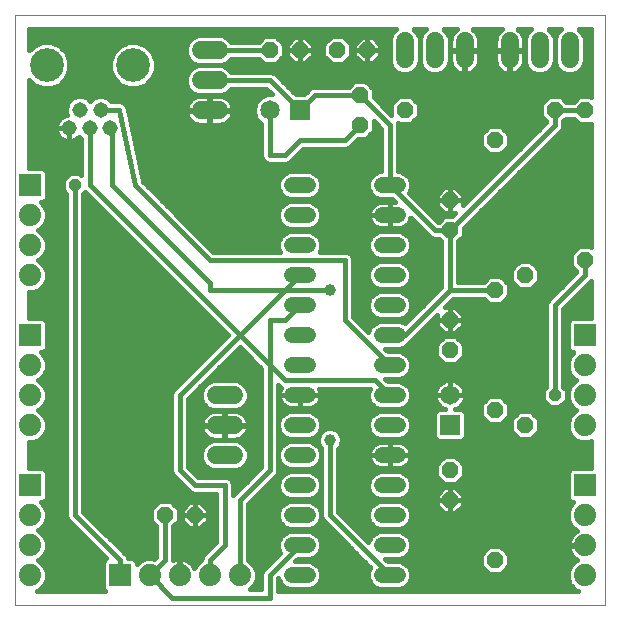
<source format=gbl>
G75*
G70*
%OFA0B0*%
%FSLAX24Y24*%
%IPPOS*%
%LPD*%
%AMOC8*
5,1,8,0,0,1.08239X$1,22.5*
%
%ADD10C,0.0000*%
%ADD11C,0.0520*%
%ADD12OC8,0.0520*%
%ADD13R,0.0650X0.0650*%
%ADD14C,0.0650*%
%ADD15C,0.0600*%
%ADD16R,0.0740X0.0740*%
%ADD17C,0.0740*%
%ADD18C,0.0515*%
%ADD19C,0.1122*%
%ADD20C,0.0160*%
%ADD21OC8,0.0396*%
%ADD22C,0.0396*%
D10*
X000816Y000312D02*
X000816Y019997D01*
X020501Y019997D01*
X020501Y000312D01*
X000816Y000312D01*
D11*
X010056Y001312D02*
X010576Y001312D01*
X010576Y002312D02*
X010056Y002312D01*
X010056Y003312D02*
X010576Y003312D01*
X010576Y004312D02*
X010056Y004312D01*
X010056Y005312D02*
X010576Y005312D01*
X010576Y006312D02*
X010056Y006312D01*
X010056Y007312D02*
X010576Y007312D01*
X010576Y008312D02*
X010056Y008312D01*
X010056Y009312D02*
X010576Y009312D01*
X010576Y010312D02*
X010056Y010312D01*
X010056Y011312D02*
X010576Y011312D01*
X010576Y012312D02*
X010056Y012312D01*
X010056Y013312D02*
X010576Y013312D01*
X010576Y014312D02*
X010056Y014312D01*
X013056Y014312D02*
X013576Y014312D01*
X013576Y013312D02*
X013056Y013312D01*
X013056Y012312D02*
X013576Y012312D01*
X013576Y011312D02*
X013056Y011312D01*
X013056Y010312D02*
X013576Y010312D01*
X013576Y009312D02*
X013056Y009312D01*
X013056Y008312D02*
X013576Y008312D01*
X013576Y007312D02*
X013056Y007312D01*
X013056Y006312D02*
X013576Y006312D01*
X013576Y005312D02*
X013056Y005312D01*
X013056Y004312D02*
X013576Y004312D01*
X013576Y003312D02*
X013056Y003312D01*
X013056Y002312D02*
X013576Y002312D01*
X013576Y001312D02*
X013056Y001312D01*
D12*
X015316Y003812D03*
X015316Y004812D03*
X016816Y006812D03*
X017816Y006312D03*
X015316Y008812D03*
X015316Y009812D03*
X016816Y010812D03*
X017816Y011312D03*
X019816Y011812D03*
X016816Y015812D03*
X018816Y016812D03*
X019816Y016812D03*
X015316Y013812D03*
X015316Y012812D03*
X012316Y016312D03*
X012316Y017312D03*
X012566Y018812D03*
X011566Y018812D03*
X010316Y018812D03*
X009316Y018812D03*
X013816Y016812D03*
X006816Y003312D03*
X005816Y003312D03*
X016816Y001812D03*
D13*
X015316Y006312D03*
X010316Y016812D03*
D14*
X009316Y016812D03*
X015316Y007312D03*
D15*
X008116Y007312D02*
X007516Y007312D01*
X007516Y006312D02*
X008116Y006312D01*
X008116Y005312D02*
X007516Y005312D01*
X007616Y016812D02*
X007016Y016812D01*
X007016Y017812D02*
X007616Y017812D01*
X007616Y018812D02*
X007016Y018812D01*
X013816Y019112D02*
X013816Y018512D01*
X014816Y018512D02*
X014816Y019112D01*
X015816Y019112D02*
X015816Y018512D01*
X017316Y018512D02*
X017316Y019112D01*
X018316Y019112D02*
X018316Y018512D01*
X019316Y018512D02*
X019316Y019112D01*
D16*
X019816Y009312D03*
X019816Y004312D03*
X004316Y001312D03*
X001316Y004312D03*
X001316Y009312D03*
X001316Y014312D03*
D17*
X001316Y013312D03*
X001316Y012312D03*
X001316Y011312D03*
X001316Y008312D03*
X001316Y007312D03*
X001316Y006312D03*
X001316Y003312D03*
X001316Y002312D03*
X001316Y001312D03*
X005316Y001312D03*
X006316Y001312D03*
X007316Y001312D03*
X008316Y001312D03*
X019816Y001312D03*
X019816Y002312D03*
X019816Y003312D03*
X019816Y006312D03*
X019816Y007312D03*
X019816Y008312D03*
D18*
X003986Y016212D03*
X003316Y016212D03*
X002616Y016212D03*
X002986Y016832D03*
X003676Y016832D03*
D19*
X004753Y018312D03*
X001879Y018312D03*
D20*
X001363Y017752D02*
X001296Y017752D01*
X001296Y017819D02*
X001448Y017667D01*
X001728Y017551D01*
X002031Y017551D01*
X002310Y017667D01*
X002524Y017881D01*
X002640Y018161D01*
X002640Y018464D01*
X002524Y018744D01*
X002310Y018958D01*
X002031Y019073D01*
X001728Y019073D01*
X001448Y018958D01*
X001296Y018806D01*
X001296Y019517D01*
X013514Y019517D01*
X013392Y019396D01*
X013316Y019212D01*
X013316Y018413D01*
X013392Y018229D01*
X013533Y018089D01*
X013717Y018012D01*
X013916Y018012D01*
X014100Y018089D01*
X014240Y018229D01*
X014316Y018413D01*
X014316Y019212D01*
X014240Y019396D01*
X014118Y019517D01*
X014514Y019517D01*
X014392Y019396D01*
X014316Y019212D01*
X014316Y018413D01*
X014392Y018229D01*
X014533Y018089D01*
X014717Y018012D01*
X014916Y018012D01*
X015100Y018089D01*
X015240Y018229D01*
X015316Y018413D01*
X015316Y019212D01*
X015240Y019396D01*
X015118Y019517D01*
X015557Y019517D01*
X015504Y019479D01*
X015450Y019425D01*
X015406Y019364D01*
X015372Y019297D01*
X015348Y019225D01*
X015336Y019150D01*
X015336Y018832D01*
X015796Y018832D01*
X015796Y018792D01*
X015836Y018792D01*
X015836Y018032D01*
X015854Y018032D01*
X015929Y018044D01*
X016001Y018068D01*
X016068Y018102D01*
X016129Y018146D01*
X016182Y018200D01*
X016227Y018261D01*
X016261Y018328D01*
X016285Y018400D01*
X016296Y018475D01*
X016296Y018792D01*
X015837Y018792D01*
X015837Y018832D01*
X016296Y018832D01*
X016296Y019150D01*
X016285Y019225D01*
X016261Y019297D01*
X016227Y019364D01*
X016182Y019425D01*
X016129Y019479D01*
X016075Y019517D01*
X017057Y019517D01*
X017004Y019479D01*
X016950Y019425D01*
X016906Y019364D01*
X016872Y019297D01*
X016848Y019225D01*
X016836Y019150D01*
X016836Y018832D01*
X017296Y018832D01*
X017296Y018792D01*
X017336Y018792D01*
X017336Y018032D01*
X017354Y018032D01*
X017429Y018044D01*
X017501Y018068D01*
X017568Y018102D01*
X017629Y018146D01*
X017682Y018200D01*
X017727Y018261D01*
X017761Y018328D01*
X017785Y018400D01*
X017796Y018475D01*
X017796Y018792D01*
X017337Y018792D01*
X017337Y018832D01*
X017796Y018832D01*
X017796Y019150D01*
X017785Y019225D01*
X017761Y019297D01*
X017727Y019364D01*
X017682Y019425D01*
X017629Y019479D01*
X017575Y019517D01*
X018014Y019517D01*
X017892Y019396D01*
X017816Y019212D01*
X017816Y018413D01*
X017892Y018229D01*
X018033Y018089D01*
X018217Y018012D01*
X018416Y018012D01*
X018600Y018089D01*
X018740Y018229D01*
X018816Y018413D01*
X018816Y019212D01*
X018740Y019396D01*
X018618Y019517D01*
X019014Y019517D01*
X018892Y019396D01*
X018816Y019212D01*
X018816Y018413D01*
X018892Y018229D01*
X019033Y018089D01*
X019217Y018012D01*
X019416Y018012D01*
X019600Y018089D01*
X019740Y018229D01*
X019816Y018413D01*
X019816Y019212D01*
X019740Y019396D01*
X019618Y019517D01*
X020021Y019517D01*
X020021Y017258D01*
X020007Y017272D01*
X019626Y017272D01*
X019446Y017092D01*
X019187Y017092D01*
X019007Y017272D01*
X018626Y017272D01*
X018356Y017003D01*
X018356Y016622D01*
X018536Y016442D01*
X018536Y016428D01*
X015756Y013648D01*
X015756Y013812D01*
X015317Y013812D01*
X015317Y013813D01*
X015756Y013813D01*
X015756Y013995D01*
X015499Y014252D01*
X015317Y014252D01*
X015317Y013813D01*
X015316Y013813D01*
X015316Y014252D01*
X015134Y014252D01*
X014876Y013995D01*
X014876Y013813D01*
X015316Y013813D01*
X015316Y013812D01*
X015317Y013812D01*
X015317Y013372D01*
X015480Y013372D01*
X015380Y013272D01*
X015126Y013272D01*
X014946Y013092D01*
X014932Y013092D01*
X013968Y014056D01*
X014036Y014221D01*
X014036Y014404D01*
X013966Y014573D01*
X013837Y014702D01*
X013668Y014772D01*
X013596Y014772D01*
X013596Y016368D01*
X013587Y016392D01*
X013626Y016352D01*
X014007Y016352D01*
X014276Y016622D01*
X014276Y017003D01*
X014007Y017272D01*
X013626Y017272D01*
X013356Y017003D01*
X013356Y016668D01*
X012776Y017248D01*
X012776Y017503D01*
X012507Y017772D01*
X012126Y017772D01*
X011946Y017592D01*
X010872Y017592D01*
X010761Y017592D01*
X010658Y017550D01*
X010445Y017337D01*
X010187Y017337D01*
X009475Y018050D01*
X009372Y018092D01*
X009261Y018092D01*
X008042Y018092D01*
X008040Y018096D01*
X007900Y018236D01*
X007716Y018312D01*
X006917Y018312D01*
X006733Y018236D01*
X006592Y018096D01*
X006516Y017912D01*
X006516Y017713D01*
X006592Y017529D01*
X006733Y017389D01*
X006917Y017312D01*
X007716Y017312D01*
X007900Y017389D01*
X008040Y017529D01*
X008042Y017532D01*
X009200Y017532D01*
X009395Y017337D01*
X009212Y017337D01*
X009019Y017257D01*
X008871Y017110D01*
X008791Y016917D01*
X008791Y016708D01*
X008871Y016515D01*
X009019Y016367D01*
X009036Y016360D01*
X009036Y015368D01*
X009036Y015257D01*
X009079Y015154D01*
X009158Y015075D01*
X009261Y015032D01*
X009761Y015032D01*
X009872Y015032D01*
X009975Y015075D01*
X010432Y015532D01*
X011761Y015532D01*
X011872Y015532D01*
X011975Y015575D01*
X012252Y015852D01*
X012507Y015852D01*
X012776Y016122D01*
X012776Y016457D01*
X013036Y016196D01*
X013036Y014772D01*
X012965Y014772D01*
X012796Y014702D01*
X012666Y014573D01*
X012596Y014404D01*
X012596Y014221D01*
X012666Y014052D01*
X012796Y013922D01*
X012965Y013852D01*
X013380Y013852D01*
X013480Y013752D01*
X013317Y013752D01*
X013317Y013313D01*
X013316Y013313D01*
X013316Y013752D01*
X013022Y013752D01*
X012953Y013742D01*
X012887Y013720D01*
X012826Y013689D01*
X012770Y013648D01*
X012721Y013599D01*
X012680Y013543D01*
X012649Y013481D01*
X012627Y013415D01*
X012616Y013347D01*
X012616Y013313D01*
X011036Y013313D01*
X011036Y013404D02*
X010966Y013573D01*
X010837Y013702D01*
X010668Y013772D01*
X009965Y013772D01*
X009796Y013702D01*
X009666Y013573D01*
X009596Y013404D01*
X009596Y013221D01*
X009666Y013052D01*
X009796Y012922D01*
X009965Y012852D01*
X010668Y012852D01*
X010837Y012922D01*
X010966Y013052D01*
X011036Y013221D01*
X011036Y013404D01*
X011008Y013472D02*
X012645Y013472D01*
X012616Y013313D02*
X013316Y013313D01*
X013317Y013313D01*
X013317Y013312D02*
X013317Y012872D01*
X013611Y012872D01*
X013679Y012883D01*
X013745Y012905D01*
X013807Y012936D01*
X013863Y012977D01*
X013912Y013026D01*
X013953Y013082D01*
X013984Y013144D01*
X014006Y013209D01*
X014008Y013225D01*
X014658Y012575D01*
X014761Y012532D01*
X014872Y012532D01*
X014946Y012532D01*
X015036Y012442D01*
X015036Y010928D01*
X013818Y009710D01*
X013668Y009772D01*
X012965Y009772D01*
X012796Y009702D01*
X012666Y009573D01*
X012604Y009421D01*
X012096Y009928D01*
X012096Y011868D01*
X012054Y011971D01*
X011975Y012050D01*
X011872Y012092D01*
X011761Y012092D01*
X010983Y012092D01*
X011036Y012221D01*
X011036Y012404D01*
X010966Y012573D01*
X010837Y012702D01*
X010668Y012772D01*
X009965Y012772D01*
X009796Y012702D01*
X009666Y012573D01*
X009596Y012404D01*
X009596Y012221D01*
X009650Y012092D01*
X007432Y012092D01*
X005074Y014451D01*
X004576Y016861D01*
X004576Y016888D01*
X004565Y016915D01*
X004559Y016944D01*
X004544Y016966D01*
X004534Y016991D01*
X004513Y017012D01*
X004497Y017036D01*
X004474Y017051D01*
X004455Y017070D01*
X004428Y017081D01*
X004404Y017097D01*
X004377Y017102D01*
X004352Y017112D01*
X004323Y017112D01*
X004294Y017118D01*
X004268Y017112D01*
X004043Y017112D01*
X003936Y017220D01*
X003767Y017290D01*
X003585Y017290D01*
X003417Y017220D01*
X003331Y017134D01*
X003246Y017220D01*
X003077Y017290D01*
X002895Y017290D01*
X002727Y017220D01*
X002599Y017092D01*
X002529Y016923D01*
X002529Y016741D01*
X002568Y016648D01*
X002514Y016639D01*
X002448Y016618D01*
X002387Y016587D01*
X002331Y016546D01*
X002283Y016497D01*
X002242Y016442D01*
X002211Y016380D01*
X002190Y016315D01*
X002179Y016247D01*
X002179Y016213D01*
X002616Y016213D01*
X002616Y016212D01*
X002617Y016212D01*
X002617Y015775D01*
X002651Y015775D01*
X002719Y015786D01*
X002784Y015807D01*
X002846Y015838D01*
X002901Y015879D01*
X002950Y015927D01*
X002952Y015930D01*
X003036Y015845D01*
X003036Y014655D01*
X002981Y014711D01*
X002651Y014711D01*
X002418Y014477D01*
X002418Y014148D01*
X002536Y014029D01*
X002536Y003257D01*
X002579Y003154D01*
X002658Y003075D01*
X003857Y001876D01*
X003746Y001765D01*
X003746Y000860D01*
X003814Y000792D01*
X001550Y000792D01*
X001639Y000829D01*
X001800Y000990D01*
X001886Y001199D01*
X001886Y001426D01*
X001800Y001635D01*
X001639Y001796D01*
X001599Y001812D01*
X001639Y001829D01*
X001800Y001990D01*
X001886Y002199D01*
X001886Y002426D01*
X001800Y002635D01*
X001639Y002796D01*
X001599Y002812D01*
X001639Y002829D01*
X001800Y002990D01*
X001886Y003199D01*
X001886Y003426D01*
X001800Y003635D01*
X001692Y003742D01*
X001769Y003742D01*
X001886Y003860D01*
X001886Y004765D01*
X001769Y004882D01*
X001296Y004882D01*
X001296Y005742D01*
X001430Y005742D01*
X001639Y005829D01*
X001800Y005990D01*
X001886Y006199D01*
X001886Y006426D01*
X001800Y006635D01*
X001639Y006796D01*
X001599Y006812D01*
X001639Y006829D01*
X001800Y006990D01*
X001886Y007199D01*
X001886Y007426D01*
X001800Y007635D01*
X001639Y007796D01*
X001599Y007812D01*
X001639Y007829D01*
X001800Y007990D01*
X001886Y008199D01*
X001886Y008426D01*
X001800Y008635D01*
X001692Y008742D01*
X001769Y008742D01*
X001886Y008860D01*
X001886Y009765D01*
X001769Y009882D01*
X001296Y009882D01*
X001296Y010742D01*
X001430Y010742D01*
X001639Y010829D01*
X001800Y010990D01*
X001886Y011199D01*
X001886Y011426D01*
X001800Y011635D01*
X001639Y011796D01*
X001599Y011812D01*
X001639Y011829D01*
X001800Y011990D01*
X001886Y012199D01*
X001886Y012426D01*
X001800Y012635D01*
X001639Y012796D01*
X001599Y012812D01*
X001639Y012829D01*
X001800Y012990D01*
X001886Y013199D01*
X001886Y013426D01*
X001800Y013635D01*
X001692Y013742D01*
X001769Y013742D01*
X001886Y013860D01*
X001886Y014765D01*
X001769Y014882D01*
X001296Y014882D01*
X001296Y017819D01*
X001296Y017594D02*
X001626Y017594D01*
X001296Y017435D02*
X006687Y017435D01*
X006566Y017594D02*
X005007Y017594D01*
X004905Y017551D02*
X005184Y017667D01*
X005399Y017881D01*
X005514Y018161D01*
X005514Y018464D01*
X005399Y018744D01*
X005184Y018958D01*
X004905Y019073D01*
X004602Y019073D01*
X004322Y018958D01*
X004108Y018744D01*
X003992Y018464D01*
X003992Y018161D01*
X004108Y017881D01*
X004322Y017667D01*
X004602Y017551D01*
X004905Y017551D01*
X004500Y017594D02*
X002133Y017594D01*
X002395Y017752D02*
X004237Y017752D01*
X004096Y017911D02*
X002537Y017911D01*
X002602Y018069D02*
X004030Y018069D01*
X003992Y018228D02*
X002640Y018228D01*
X002640Y018386D02*
X003992Y018386D01*
X004026Y018545D02*
X002607Y018545D01*
X002541Y018703D02*
X004092Y018703D01*
X004227Y018862D02*
X002406Y018862D01*
X002158Y019021D02*
X004474Y019021D01*
X005032Y019021D02*
X006561Y019021D01*
X006592Y019096D02*
X006516Y018912D01*
X006516Y018713D01*
X006592Y018529D01*
X006733Y018389D01*
X006917Y018312D01*
X007716Y018312D01*
X007900Y018389D01*
X008040Y018529D01*
X008042Y018532D01*
X008946Y018532D01*
X009126Y018352D01*
X009507Y018352D01*
X009776Y018622D01*
X009776Y019003D01*
X009507Y019272D01*
X009126Y019272D01*
X008946Y019092D01*
X008042Y019092D01*
X008040Y019096D01*
X007900Y019236D01*
X007716Y019312D01*
X006917Y019312D01*
X006733Y019236D01*
X006592Y019096D01*
X006676Y019179D02*
X001296Y019179D01*
X001296Y019021D02*
X001600Y019021D01*
X001353Y018862D02*
X001296Y018862D01*
X001296Y019338D02*
X013368Y019338D01*
X013316Y019179D02*
X012822Y019179D01*
X012749Y019252D02*
X012567Y019252D01*
X012567Y018813D01*
X013006Y018813D01*
X013006Y018995D01*
X012749Y019252D01*
X012566Y019252D02*
X012384Y019252D01*
X012126Y018995D01*
X012126Y018813D01*
X012566Y018813D01*
X012566Y019252D01*
X012566Y019179D02*
X012567Y019179D01*
X012566Y019021D02*
X012567Y019021D01*
X012566Y018862D02*
X012567Y018862D01*
X012567Y018813D02*
X012566Y018813D01*
X012566Y018812D01*
X012567Y018812D01*
X012567Y018813D01*
X012567Y018812D02*
X013006Y018812D01*
X013006Y018630D01*
X012749Y018372D01*
X012567Y018372D01*
X012567Y018812D01*
X012566Y018812D02*
X012566Y018372D01*
X012384Y018372D01*
X012126Y018630D01*
X012126Y018812D01*
X012566Y018812D01*
X012566Y018703D02*
X012567Y018703D01*
X012566Y018545D02*
X012567Y018545D01*
X012566Y018386D02*
X012567Y018386D01*
X012763Y018386D02*
X013327Y018386D01*
X013316Y018545D02*
X012921Y018545D01*
X013006Y018703D02*
X013316Y018703D01*
X013316Y018862D02*
X013006Y018862D01*
X012980Y019021D02*
X013316Y019021D01*
X013493Y019496D02*
X001296Y019496D01*
X001296Y017277D02*
X002863Y017277D01*
X003110Y017277D02*
X003553Y017277D01*
X003800Y017277D02*
X006892Y017277D01*
X006904Y017281D02*
X006832Y017257D01*
X006765Y017223D01*
X006704Y017179D01*
X006650Y017125D01*
X006606Y017064D01*
X006572Y016997D01*
X006548Y016925D01*
X006536Y016850D01*
X006536Y016832D01*
X007296Y016832D01*
X007296Y016792D01*
X007336Y016792D01*
X007336Y016332D01*
X007654Y016332D01*
X007729Y016344D01*
X007801Y016368D01*
X007868Y016402D01*
X007929Y016446D01*
X007982Y016500D01*
X008027Y016561D01*
X008061Y016628D01*
X008085Y016700D01*
X008096Y016775D01*
X008096Y016792D01*
X007337Y016792D01*
X007337Y016832D01*
X008096Y016832D01*
X008096Y016850D01*
X008085Y016925D01*
X008061Y016997D01*
X008027Y017064D01*
X007982Y017125D01*
X007929Y017179D01*
X007868Y017223D01*
X007801Y017257D01*
X007729Y017281D01*
X007654Y017292D01*
X007336Y017292D01*
X007336Y016833D01*
X007296Y016833D01*
X007296Y017292D01*
X006979Y017292D01*
X006904Y017281D01*
X006645Y017118D02*
X004038Y017118D01*
X004296Y016832D02*
X003676Y016832D01*
X004296Y016832D02*
X004816Y014312D01*
X007316Y011812D01*
X011816Y011812D01*
X011816Y009812D01*
X013316Y008312D01*
X013172Y007852D02*
X013668Y007852D01*
X013837Y007922D01*
X013966Y008052D01*
X014036Y008221D01*
X014036Y008404D01*
X013966Y008573D01*
X013837Y008702D01*
X013668Y008772D01*
X013252Y008772D01*
X013172Y008852D01*
X013668Y008852D01*
X013837Y008922D01*
X013966Y009052D01*
X013977Y009077D01*
X014876Y009977D01*
X014876Y009813D01*
X015316Y009813D01*
X015316Y010252D01*
X015152Y010252D01*
X015432Y010532D01*
X016446Y010532D01*
X016626Y010352D01*
X017007Y010352D01*
X017276Y010622D01*
X017276Y011003D01*
X017007Y011272D01*
X016626Y011272D01*
X016446Y011092D01*
X015596Y011092D01*
X015596Y012442D01*
X015776Y012622D01*
X015776Y012876D01*
X019054Y016154D01*
X019096Y016257D01*
X019096Y016368D01*
X019096Y016442D01*
X019187Y016532D01*
X019446Y016532D01*
X019626Y016352D01*
X020007Y016352D01*
X020021Y016367D01*
X020021Y012258D01*
X020007Y012272D01*
X019626Y012272D01*
X019356Y012003D01*
X019356Y011622D01*
X019536Y011442D01*
X019536Y011428D01*
X018658Y010550D01*
X018579Y010471D01*
X018536Y010368D01*
X018536Y007595D01*
X018418Y007477D01*
X018418Y007148D01*
X018651Y006914D01*
X018981Y006914D01*
X019214Y007148D01*
X019214Y007477D01*
X019096Y007595D01*
X019096Y010196D01*
X020021Y011122D01*
X020021Y009882D01*
X019364Y009882D01*
X019246Y009765D01*
X019246Y008860D01*
X019364Y008742D01*
X019440Y008742D01*
X019333Y008635D01*
X019246Y008426D01*
X019246Y008199D01*
X019333Y007990D01*
X019493Y007829D01*
X019534Y007812D01*
X019493Y007796D01*
X019333Y007635D01*
X019246Y007426D01*
X019246Y007199D01*
X019333Y006990D01*
X019493Y006829D01*
X019534Y006812D01*
X019493Y006796D01*
X019333Y006635D01*
X019246Y006426D01*
X019246Y006199D01*
X019333Y005990D01*
X019493Y005829D01*
X019703Y005742D01*
X019930Y005742D01*
X020021Y005780D01*
X020021Y004882D01*
X019364Y004882D01*
X019246Y004765D01*
X019246Y003860D01*
X019364Y003742D01*
X019440Y003742D01*
X019333Y003635D01*
X019246Y003426D01*
X019246Y003199D01*
X019333Y002990D01*
X019493Y002829D01*
X019563Y002800D01*
X019528Y002783D01*
X019458Y002732D01*
X019397Y002671D01*
X019346Y002601D01*
X019307Y002524D01*
X019280Y002441D01*
X019266Y002356D01*
X019266Y002332D01*
X019796Y002332D01*
X019796Y002292D01*
X019266Y002292D01*
X019266Y002269D01*
X019280Y002184D01*
X019307Y002101D01*
X019346Y002024D01*
X019397Y001954D01*
X019458Y001893D01*
X019528Y001842D01*
X019563Y001824D01*
X019493Y001796D01*
X019333Y001635D01*
X019246Y001426D01*
X019246Y001199D01*
X019333Y000990D01*
X019493Y000829D01*
X019582Y000792D01*
X009596Y000792D01*
X009596Y001196D01*
X009604Y001204D01*
X009666Y001052D01*
X009796Y000922D01*
X009965Y000852D01*
X010668Y000852D01*
X010837Y000922D01*
X010966Y001052D01*
X011036Y001221D01*
X011036Y001404D01*
X010966Y001573D01*
X010837Y001702D01*
X010668Y001772D01*
X010172Y001772D01*
X010252Y001852D01*
X010668Y001852D01*
X010837Y001922D01*
X010966Y002052D01*
X011036Y002221D01*
X011036Y002404D01*
X010966Y002573D01*
X010837Y002702D01*
X010668Y002772D01*
X009965Y002772D01*
X009796Y002702D01*
X009666Y002573D01*
X009596Y002404D01*
X009596Y002221D01*
X009665Y002056D01*
X009664Y002056D02*
X008596Y002056D01*
X008596Y001898D02*
X009506Y001898D01*
X009665Y002056D02*
X009158Y001550D01*
X009079Y001471D01*
X009036Y001368D01*
X009036Y000842D01*
X008652Y000842D01*
X008800Y000990D01*
X008886Y001199D01*
X008886Y001426D01*
X008800Y001635D01*
X008639Y001796D01*
X008596Y001813D01*
X008596Y003696D01*
X009475Y004575D01*
X009554Y004654D01*
X009596Y004757D01*
X009596Y007637D01*
X009658Y007575D01*
X009693Y007561D01*
X009680Y007543D01*
X009649Y007481D01*
X009627Y007415D01*
X009616Y007347D01*
X009616Y007313D01*
X010316Y007313D01*
X010316Y007312D01*
X010317Y007312D01*
X010317Y007313D01*
X011016Y007313D01*
X011016Y007347D01*
X011006Y007415D01*
X010984Y007481D01*
X010958Y007532D01*
X012650Y007532D01*
X012596Y007404D01*
X012596Y007221D01*
X012666Y007052D01*
X012796Y006922D01*
X012965Y006852D01*
X013668Y006852D01*
X013837Y006922D01*
X013966Y007052D01*
X014036Y007221D01*
X014036Y007404D01*
X013966Y007573D01*
X013837Y007702D01*
X013668Y007772D01*
X013252Y007772D01*
X013172Y007852D01*
X012816Y007812D02*
X013316Y007312D01*
X012965Y006772D02*
X012796Y006702D01*
X012666Y006573D01*
X012596Y006404D01*
X012596Y006221D01*
X012666Y006052D01*
X012796Y005922D01*
X012965Y005852D01*
X013668Y005852D01*
X013837Y005922D01*
X013966Y006052D01*
X014036Y006221D01*
X014036Y006404D01*
X013966Y006573D01*
X013837Y006702D01*
X013668Y006772D01*
X012965Y006772D01*
X012748Y006654D02*
X010885Y006654D01*
X010837Y006702D02*
X010668Y006772D01*
X009965Y006772D01*
X009796Y006702D01*
X009666Y006573D01*
X009596Y006404D01*
X009596Y006221D01*
X009666Y006052D01*
X009796Y005922D01*
X009965Y005852D01*
X010668Y005852D01*
X010837Y005922D01*
X010966Y006052D01*
X011036Y006221D01*
X011036Y006404D01*
X010966Y006573D01*
X010837Y006702D01*
X010745Y006905D02*
X010807Y006936D01*
X010863Y006977D01*
X010912Y007026D01*
X010953Y007082D01*
X010984Y007144D01*
X011006Y007209D01*
X011016Y007278D01*
X011016Y007312D01*
X010317Y007312D01*
X010317Y006872D01*
X010611Y006872D01*
X010679Y006883D01*
X010745Y006905D01*
X010855Y006971D02*
X012747Y006971D01*
X012634Y007130D02*
X010977Y007130D01*
X011016Y007288D02*
X012596Y007288D01*
X012614Y007447D02*
X010995Y007447D01*
X010316Y007312D02*
X010316Y006872D01*
X010022Y006872D01*
X009953Y006883D01*
X009887Y006905D01*
X009826Y006936D01*
X009770Y006977D01*
X009721Y007026D01*
X009680Y007082D01*
X009649Y007144D01*
X009627Y007209D01*
X009616Y007278D01*
X009616Y007312D01*
X010316Y007312D01*
X010316Y007288D02*
X010317Y007288D01*
X010316Y007130D02*
X010317Y007130D01*
X010316Y006971D02*
X010317Y006971D01*
X009777Y006971D02*
X009596Y006971D01*
X009596Y006813D02*
X014884Y006813D01*
X014909Y006837D02*
X014791Y006720D01*
X014791Y005905D01*
X014909Y005787D01*
X015724Y005787D01*
X015841Y005905D01*
X015841Y006720D01*
X015724Y006837D01*
X015488Y006837D01*
X015510Y006844D01*
X015581Y006881D01*
X015645Y006927D01*
X015702Y006983D01*
X015748Y007048D01*
X015784Y007119D01*
X015809Y007194D01*
X015821Y007273D01*
X015821Y007312D01*
X015317Y007312D01*
X015317Y007313D01*
X015821Y007313D01*
X015821Y007352D01*
X015809Y007431D01*
X015784Y007506D01*
X015748Y007577D01*
X015702Y007641D01*
X015645Y007698D01*
X015581Y007744D01*
X015510Y007780D01*
X015435Y007805D01*
X015356Y007817D01*
X015317Y007817D01*
X015317Y007313D01*
X015316Y007313D01*
X015316Y007817D01*
X015277Y007817D01*
X015198Y007805D01*
X015123Y007780D01*
X015052Y007744D01*
X014987Y007698D01*
X014931Y007641D01*
X014884Y007577D01*
X014848Y007506D01*
X014824Y007431D01*
X014811Y007352D01*
X014811Y007313D01*
X015316Y007313D01*
X015316Y007312D01*
X014811Y007312D01*
X014811Y007273D01*
X014824Y007194D01*
X014848Y007119D01*
X014884Y007048D01*
X014931Y006983D01*
X014987Y006927D01*
X015052Y006881D01*
X015123Y006844D01*
X015144Y006837D01*
X014909Y006837D01*
X014943Y006971D02*
X013886Y006971D01*
X013999Y007130D02*
X014845Y007130D01*
X014811Y007288D02*
X014036Y007288D01*
X014019Y007447D02*
X014829Y007447D01*
X014905Y007605D02*
X013934Y007605D01*
X013837Y007923D02*
X018536Y007923D01*
X018536Y008081D02*
X013978Y008081D01*
X014036Y008240D02*
X018536Y008240D01*
X018536Y008398D02*
X015553Y008398D01*
X015507Y008352D02*
X015776Y008622D01*
X015776Y009003D01*
X015507Y009272D01*
X015126Y009272D01*
X014856Y009003D01*
X014856Y008622D01*
X015126Y008352D01*
X015507Y008352D01*
X015711Y008557D02*
X018536Y008557D01*
X018536Y008715D02*
X015776Y008715D01*
X015776Y008874D02*
X018536Y008874D01*
X018536Y009032D02*
X015747Y009032D01*
X015588Y009191D02*
X018536Y009191D01*
X018536Y009349D02*
X014249Y009349D01*
X014091Y009191D02*
X015044Y009191D01*
X015134Y009372D02*
X015316Y009372D01*
X015316Y009812D01*
X015317Y009812D01*
X015317Y009813D01*
X015756Y009813D01*
X015756Y009995D01*
X015499Y010252D01*
X015317Y010252D01*
X015317Y009813D01*
X015316Y009813D01*
X015316Y009812D01*
X014876Y009812D01*
X014876Y009630D01*
X015134Y009372D01*
X015317Y009372D02*
X015499Y009372D01*
X015756Y009630D01*
X015756Y009812D01*
X015317Y009812D01*
X015317Y009372D01*
X015316Y009508D02*
X015317Y009508D01*
X015316Y009666D02*
X015317Y009666D01*
X015316Y009825D02*
X015317Y009825D01*
X015316Y009984D02*
X015317Y009984D01*
X015316Y010142D02*
X015317Y010142D01*
X015201Y010301D02*
X018536Y010301D01*
X018536Y010142D02*
X015609Y010142D01*
X015756Y009984D02*
X018536Y009984D01*
X018536Y009825D02*
X015756Y009825D01*
X015756Y009666D02*
X018536Y009666D01*
X018536Y009508D02*
X015634Y009508D01*
X014999Y009508D02*
X014408Y009508D01*
X014566Y009666D02*
X014876Y009666D01*
X014876Y009825D02*
X014725Y009825D01*
X014250Y010142D02*
X014004Y010142D01*
X014036Y010221D02*
X013966Y010052D01*
X013837Y009922D01*
X013668Y009852D01*
X012965Y009852D01*
X012796Y009922D01*
X012666Y010052D01*
X012596Y010221D01*
X012596Y010404D01*
X012666Y010573D01*
X012796Y010702D01*
X012965Y010772D01*
X013668Y010772D01*
X013837Y010702D01*
X013966Y010573D01*
X014036Y010404D01*
X014036Y010221D01*
X014036Y010301D02*
X014409Y010301D01*
X014567Y010459D02*
X014013Y010459D01*
X013922Y010618D02*
X014726Y010618D01*
X014884Y010776D02*
X012096Y010776D01*
X012096Y010618D02*
X012711Y010618D01*
X012619Y010459D02*
X012096Y010459D01*
X012096Y010301D02*
X012596Y010301D01*
X012629Y010142D02*
X012096Y010142D01*
X012096Y009984D02*
X012735Y009984D01*
X012760Y009666D02*
X012358Y009666D01*
X012517Y009508D02*
X012639Y009508D01*
X012200Y009825D02*
X013933Y009825D01*
X013898Y009984D02*
X014092Y009984D01*
X013816Y009312D02*
X013316Y009312D01*
X013816Y009312D02*
X015316Y010812D01*
X015316Y012812D01*
X018816Y016312D01*
X018816Y016812D01*
X019816Y016812D01*
X019494Y016484D02*
X019138Y016484D01*
X019096Y016325D02*
X020021Y016325D01*
X020021Y016167D02*
X019059Y016167D01*
X018908Y016008D02*
X020021Y016008D01*
X020021Y015850D02*
X018750Y015850D01*
X018591Y015691D02*
X020021Y015691D01*
X020021Y015533D02*
X018432Y015533D01*
X018274Y015374D02*
X020021Y015374D01*
X020021Y015216D02*
X018115Y015216D01*
X017957Y015057D02*
X020021Y015057D01*
X020021Y014898D02*
X017798Y014898D01*
X017640Y014740D02*
X020021Y014740D01*
X020021Y014581D02*
X017481Y014581D01*
X017323Y014423D02*
X020021Y014423D01*
X020021Y014264D02*
X017164Y014264D01*
X017006Y014106D02*
X020021Y014106D01*
X020021Y013947D02*
X016847Y013947D01*
X016688Y013789D02*
X020021Y013789D01*
X020021Y013630D02*
X016530Y013630D01*
X016371Y013472D02*
X020021Y013472D01*
X020021Y013313D02*
X016213Y013313D01*
X016054Y013154D02*
X020021Y013154D01*
X020021Y012996D02*
X015896Y012996D01*
X015776Y012837D02*
X020021Y012837D01*
X020021Y012679D02*
X015776Y012679D01*
X015675Y012520D02*
X020021Y012520D01*
X020021Y012362D02*
X015596Y012362D01*
X015596Y012203D02*
X019557Y012203D01*
X019398Y012045D02*
X015596Y012045D01*
X015596Y011886D02*
X019356Y011886D01*
X019356Y011728D02*
X018052Y011728D01*
X018007Y011772D02*
X017626Y011772D01*
X017356Y011503D01*
X017356Y011122D01*
X017626Y010852D01*
X018007Y010852D01*
X018276Y011122D01*
X018276Y011503D01*
X018007Y011772D01*
X018210Y011569D02*
X019409Y011569D01*
X019518Y011410D02*
X018276Y011410D01*
X018276Y011252D02*
X019360Y011252D01*
X019201Y011093D02*
X018248Y011093D01*
X018089Y010935D02*
X019043Y010935D01*
X018884Y010776D02*
X017276Y010776D01*
X017272Y010618D02*
X018726Y010618D01*
X018574Y010459D02*
X017114Y010459D01*
X016816Y010812D02*
X015316Y010812D01*
X015036Y010935D02*
X013849Y010935D01*
X013837Y010922D02*
X013966Y011052D01*
X014036Y011221D01*
X014036Y011404D01*
X013966Y011573D01*
X013837Y011702D01*
X013668Y011772D01*
X012965Y011772D01*
X012796Y011702D01*
X012666Y011573D01*
X012596Y011404D01*
X012596Y011221D01*
X012666Y011052D01*
X012796Y010922D01*
X012965Y010852D01*
X013668Y010852D01*
X013837Y010922D01*
X013984Y011093D02*
X015036Y011093D01*
X015036Y011252D02*
X014036Y011252D01*
X014034Y011410D02*
X015036Y011410D01*
X015036Y011569D02*
X013968Y011569D01*
X013776Y011728D02*
X015036Y011728D01*
X015036Y011886D02*
X013749Y011886D01*
X013668Y011852D02*
X013837Y011922D01*
X013966Y012052D01*
X014036Y012221D01*
X014036Y012404D01*
X013966Y012573D01*
X013837Y012702D01*
X013668Y012772D01*
X012965Y012772D01*
X012796Y012702D01*
X012666Y012573D01*
X012596Y012404D01*
X012596Y012221D01*
X012666Y012052D01*
X012796Y011922D01*
X012965Y011852D01*
X013668Y011852D01*
X013959Y012045D02*
X015036Y012045D01*
X015036Y012203D02*
X014029Y012203D01*
X014036Y012362D02*
X015036Y012362D01*
X014958Y012520D02*
X013988Y012520D01*
X013860Y012679D02*
X014554Y012679D01*
X014395Y012837D02*
X006687Y012837D01*
X006846Y012679D02*
X009772Y012679D01*
X009645Y012520D02*
X007004Y012520D01*
X007163Y012362D02*
X009596Y012362D01*
X009604Y012203D02*
X007322Y012203D01*
X006529Y012996D02*
X009722Y012996D01*
X009624Y013154D02*
X006370Y013154D01*
X006212Y013313D02*
X009596Y013313D01*
X009624Y013472D02*
X006053Y013472D01*
X005895Y013630D02*
X009724Y013630D01*
X009796Y013922D02*
X009666Y014052D01*
X009596Y014221D01*
X009596Y014404D01*
X009666Y014573D01*
X009796Y014702D01*
X009965Y014772D01*
X010668Y014772D01*
X010837Y014702D01*
X010966Y014573D01*
X011036Y014404D01*
X011036Y014221D01*
X010966Y014052D01*
X010837Y013922D01*
X010668Y013852D01*
X009965Y013852D01*
X009796Y013922D01*
X009771Y013947D02*
X005578Y013947D01*
X005736Y013789D02*
X013444Y013789D01*
X013317Y013630D02*
X013316Y013630D01*
X013316Y013472D02*
X013317Y013472D01*
X013316Y013313D02*
X013316Y013312D01*
X013317Y013312D01*
X013316Y013312D02*
X013316Y012872D01*
X013022Y012872D01*
X012953Y012883D01*
X012887Y012905D01*
X012826Y012936D01*
X012770Y012977D01*
X012721Y013026D01*
X012680Y013082D01*
X012649Y013144D01*
X012627Y013209D01*
X012616Y013278D01*
X012616Y013312D01*
X013316Y013312D01*
X013316Y013154D02*
X013317Y013154D01*
X013316Y012996D02*
X013317Y012996D01*
X013882Y012996D02*
X014237Y012996D01*
X014078Y013154D02*
X013988Y013154D01*
X014395Y013630D02*
X014876Y013630D01*
X015134Y013372D01*
X015316Y013372D01*
X015316Y013812D01*
X014876Y013812D01*
X014876Y013630D01*
X014876Y013789D02*
X014236Y013789D01*
X014078Y013947D02*
X014876Y013947D01*
X014987Y014106D02*
X013989Y014106D01*
X014036Y014264D02*
X016372Y014264D01*
X016214Y014106D02*
X015645Y014106D01*
X015756Y013947D02*
X016055Y013947D01*
X015897Y013789D02*
X015756Y013789D01*
X015317Y013789D02*
X015316Y013789D01*
X015316Y013947D02*
X015317Y013947D01*
X015316Y014106D02*
X015317Y014106D01*
X015316Y013630D02*
X015317Y013630D01*
X015316Y013472D02*
X015317Y013472D01*
X015421Y013313D02*
X014712Y013313D01*
X014870Y013154D02*
X015008Y013154D01*
X015035Y013472D02*
X014553Y013472D01*
X014816Y012812D02*
X013316Y014312D01*
X013316Y016312D01*
X012316Y017312D01*
X010816Y017312D01*
X010316Y016812D01*
X009316Y017812D01*
X007316Y017812D01*
X007296Y017277D02*
X007336Y017277D01*
X007336Y017118D02*
X007296Y017118D01*
X007296Y016959D02*
X007336Y016959D01*
X007337Y016801D02*
X008791Y016801D01*
X008809Y016959D02*
X008073Y016959D01*
X007988Y017118D02*
X008880Y017118D01*
X009065Y017277D02*
X007741Y017277D01*
X007946Y017435D02*
X009298Y017435D01*
X009773Y017752D02*
X012106Y017752D01*
X011947Y017594D02*
X009931Y017594D01*
X010090Y017435D02*
X010543Y017435D01*
X010499Y018372D02*
X010317Y018372D01*
X010317Y018812D01*
X010317Y018813D01*
X010756Y018813D01*
X010756Y018995D01*
X010499Y019252D01*
X010317Y019252D01*
X010317Y018813D01*
X010316Y018813D01*
X010316Y019252D01*
X010134Y019252D01*
X009876Y018995D01*
X009876Y018813D01*
X010316Y018813D01*
X010316Y018812D01*
X010317Y018812D01*
X010756Y018812D01*
X010756Y018630D01*
X010499Y018372D01*
X010513Y018386D02*
X011342Y018386D01*
X011376Y018352D02*
X011757Y018352D01*
X012026Y018622D01*
X012026Y019003D01*
X011757Y019272D01*
X011376Y019272D01*
X011106Y019003D01*
X011106Y018622D01*
X011376Y018352D01*
X011183Y018545D02*
X010671Y018545D01*
X010756Y018703D02*
X011106Y018703D01*
X011106Y018862D02*
X010756Y018862D01*
X010730Y019021D02*
X011124Y019021D01*
X011283Y019179D02*
X010572Y019179D01*
X010317Y019179D02*
X010316Y019179D01*
X010316Y019021D02*
X010317Y019021D01*
X010316Y018862D02*
X010317Y018862D01*
X010316Y018812D02*
X009876Y018812D01*
X009876Y018630D01*
X010134Y018372D01*
X010316Y018372D01*
X010316Y018812D01*
X010316Y018703D02*
X010317Y018703D01*
X010316Y018545D02*
X010317Y018545D01*
X010316Y018386D02*
X010317Y018386D01*
X010120Y018386D02*
X009541Y018386D01*
X009699Y018545D02*
X009962Y018545D01*
X009876Y018703D02*
X009776Y018703D01*
X009776Y018862D02*
X009876Y018862D01*
X009902Y019021D02*
X009759Y019021D01*
X009600Y019179D02*
X010061Y019179D01*
X009316Y018812D02*
X007316Y018812D01*
X006738Y018386D02*
X005514Y018386D01*
X005514Y018228D02*
X006725Y018228D01*
X006582Y018069D02*
X005476Y018069D01*
X005411Y017911D02*
X006516Y017911D01*
X006516Y017752D02*
X005269Y017752D01*
X005481Y018545D02*
X006586Y018545D01*
X006520Y018703D02*
X005415Y018703D01*
X005280Y018862D02*
X006516Y018862D01*
X007894Y018386D02*
X009092Y018386D01*
X009428Y018069D02*
X013580Y018069D01*
X013394Y018228D02*
X007908Y018228D01*
X007957Y019179D02*
X009033Y019179D01*
X009614Y017911D02*
X020021Y017911D01*
X020021Y018069D02*
X019553Y018069D01*
X019739Y018228D02*
X020021Y018228D01*
X020021Y018386D02*
X019805Y018386D01*
X019816Y018545D02*
X020021Y018545D01*
X020021Y018703D02*
X019816Y018703D01*
X019816Y018862D02*
X020021Y018862D01*
X020021Y019021D02*
X019816Y019021D01*
X019816Y019179D02*
X020021Y019179D01*
X020021Y019338D02*
X019764Y019338D01*
X019640Y019496D02*
X020021Y019496D01*
X018993Y019496D02*
X018640Y019496D01*
X018764Y019338D02*
X018868Y019338D01*
X018816Y019179D02*
X018816Y019179D01*
X018816Y019021D02*
X018816Y019021D01*
X018816Y018862D02*
X018816Y018862D01*
X018816Y018703D02*
X018816Y018703D01*
X018816Y018545D02*
X018816Y018545D01*
X018805Y018386D02*
X018827Y018386D01*
X018894Y018228D02*
X018739Y018228D01*
X018553Y018069D02*
X019080Y018069D01*
X019161Y017118D02*
X019471Y017118D01*
X020021Y017277D02*
X012776Y017277D01*
X012776Y017435D02*
X020021Y017435D01*
X020021Y017594D02*
X012686Y017594D01*
X012527Y017752D02*
X020021Y017752D01*
X018471Y017118D02*
X014161Y017118D01*
X014276Y016959D02*
X018356Y016959D01*
X018356Y016801D02*
X014276Y016801D01*
X014276Y016642D02*
X018356Y016642D01*
X018494Y016484D02*
X014138Y016484D01*
X013596Y016325D02*
X018433Y016325D01*
X018275Y016167D02*
X017113Y016167D01*
X017007Y016272D02*
X017276Y016003D01*
X017276Y015622D01*
X017007Y015352D01*
X016626Y015352D01*
X016356Y015622D01*
X016356Y016003D01*
X016626Y016272D01*
X017007Y016272D01*
X017271Y016008D02*
X018116Y016008D01*
X017958Y015850D02*
X017276Y015850D01*
X017276Y015691D02*
X017799Y015691D01*
X017641Y015533D02*
X017187Y015533D01*
X017029Y015374D02*
X017482Y015374D01*
X017324Y015216D02*
X013596Y015216D01*
X013596Y015374D02*
X016604Y015374D01*
X016446Y015533D02*
X013596Y015533D01*
X013596Y015691D02*
X016356Y015691D01*
X016356Y015850D02*
X013596Y015850D01*
X013596Y016008D02*
X016362Y016008D01*
X016520Y016167D02*
X013596Y016167D01*
X013036Y016167D02*
X012776Y016167D01*
X012776Y016325D02*
X012908Y016325D01*
X013036Y016008D02*
X012663Y016008D01*
X013036Y015850D02*
X012250Y015850D01*
X012091Y015691D02*
X013036Y015691D01*
X013036Y015533D02*
X011872Y015533D01*
X011816Y015812D02*
X012316Y016312D01*
X011816Y015812D02*
X010316Y015812D01*
X009816Y015312D01*
X009316Y015312D01*
X009316Y016812D01*
X008902Y016484D02*
X007967Y016484D01*
X008066Y016642D02*
X008819Y016642D01*
X009036Y016325D02*
X004687Y016325D01*
X004720Y016167D02*
X009036Y016167D01*
X009036Y016008D02*
X004752Y016008D01*
X004785Y015850D02*
X009036Y015850D01*
X009036Y015691D02*
X004818Y015691D01*
X004850Y015533D02*
X009036Y015533D01*
X009036Y015374D02*
X004883Y015374D01*
X004916Y015216D02*
X009053Y015216D01*
X009201Y015057D02*
X004949Y015057D01*
X004981Y014898D02*
X013036Y014898D01*
X013036Y015057D02*
X009931Y015057D01*
X010115Y015216D02*
X013036Y015216D01*
X013036Y015374D02*
X010274Y015374D01*
X009886Y014740D02*
X005014Y014740D01*
X005047Y014581D02*
X009675Y014581D01*
X009604Y014423D02*
X005102Y014423D01*
X005260Y014264D02*
X009596Y014264D01*
X009644Y014106D02*
X005419Y014106D01*
X004066Y014312D02*
X004066Y016132D01*
X003986Y016212D01*
X003316Y016212D02*
X003316Y014312D01*
X009816Y007812D01*
X012816Y007812D01*
X013688Y007764D02*
X015090Y007764D01*
X015316Y007764D02*
X015317Y007764D01*
X015316Y007605D02*
X015317Y007605D01*
X015316Y007447D02*
X015317Y007447D01*
X015542Y007764D02*
X018536Y007764D01*
X018536Y007605D02*
X015728Y007605D01*
X015804Y007447D02*
X018418Y007447D01*
X018418Y007288D02*
X015821Y007288D01*
X015788Y007130D02*
X016483Y007130D01*
X016356Y007003D02*
X016626Y007272D01*
X017007Y007272D01*
X017276Y007003D01*
X017276Y006622D01*
X017007Y006352D01*
X016626Y006352D01*
X016356Y006622D01*
X016356Y007003D01*
X016356Y006971D02*
X015689Y006971D01*
X015749Y006813D02*
X016356Y006813D01*
X016356Y006654D02*
X015841Y006654D01*
X015841Y006496D02*
X016483Y006496D01*
X015841Y006337D02*
X017356Y006337D01*
X017356Y006179D02*
X015841Y006179D01*
X015841Y006020D02*
X017458Y006020D01*
X017356Y006122D02*
X017626Y005852D01*
X018007Y005852D01*
X018276Y006122D01*
X018276Y006503D01*
X018007Y006772D01*
X017626Y006772D01*
X017356Y006503D01*
X017356Y006122D01*
X017356Y006496D02*
X017150Y006496D01*
X017276Y006654D02*
X017508Y006654D01*
X017276Y006813D02*
X019533Y006813D01*
X019352Y006654D02*
X018125Y006654D01*
X018276Y006496D02*
X019275Y006496D01*
X019246Y006337D02*
X018276Y006337D01*
X018276Y006179D02*
X019255Y006179D01*
X019321Y006020D02*
X018174Y006020D01*
X018016Y005861D02*
X019461Y005861D01*
X020021Y005703D02*
X013779Y005703D01*
X013807Y005689D02*
X013745Y005720D01*
X013679Y005742D01*
X013611Y005752D01*
X013317Y005752D01*
X013317Y005313D01*
X014016Y005313D01*
X014016Y005347D01*
X014006Y005415D01*
X013984Y005481D01*
X013953Y005543D01*
X013912Y005599D01*
X013863Y005648D01*
X013807Y005689D01*
X013952Y005544D02*
X020021Y005544D01*
X020021Y005386D02*
X014010Y005386D01*
X014016Y005312D02*
X013317Y005312D01*
X013317Y005313D01*
X013316Y005313D01*
X013316Y005752D01*
X013022Y005752D01*
X012953Y005742D01*
X012887Y005720D01*
X012826Y005689D01*
X012770Y005648D01*
X012721Y005599D01*
X012680Y005543D01*
X012649Y005481D01*
X012627Y005415D01*
X012616Y005347D01*
X012616Y005313D01*
X013316Y005313D01*
X013316Y005312D01*
X013317Y005312D01*
X013317Y004872D01*
X013611Y004872D01*
X013679Y004883D01*
X013745Y004905D01*
X013807Y004936D01*
X013863Y004977D01*
X013912Y005026D01*
X013953Y005082D01*
X013984Y005144D01*
X014006Y005209D01*
X014016Y005278D01*
X014016Y005312D01*
X014008Y005227D02*
X015081Y005227D01*
X015126Y005272D02*
X014856Y005003D01*
X014856Y004622D01*
X015126Y004352D01*
X015507Y004352D01*
X015776Y004622D01*
X015776Y005003D01*
X015507Y005272D01*
X015126Y005272D01*
X014922Y005069D02*
X013943Y005069D01*
X013756Y004910D02*
X014856Y004910D01*
X014856Y004752D02*
X013718Y004752D01*
X013668Y004772D02*
X013837Y004702D01*
X013966Y004573D01*
X014036Y004404D01*
X014036Y004221D01*
X013966Y004052D01*
X013837Y003922D01*
X013668Y003852D01*
X012965Y003852D01*
X012796Y003922D01*
X012666Y004052D01*
X012596Y004221D01*
X012596Y004404D01*
X012666Y004573D01*
X012796Y004702D01*
X012965Y004772D01*
X013668Y004772D01*
X013316Y004872D02*
X013316Y005312D01*
X012616Y005312D01*
X012616Y005278D01*
X012627Y005209D01*
X012649Y005144D01*
X012680Y005082D01*
X012721Y005026D01*
X012770Y004977D01*
X012826Y004936D01*
X012887Y004905D01*
X012953Y004883D01*
X013022Y004872D01*
X013316Y004872D01*
X013316Y004910D02*
X013317Y004910D01*
X013316Y005069D02*
X013317Y005069D01*
X013316Y005227D02*
X013317Y005227D01*
X013316Y005386D02*
X013317Y005386D01*
X013316Y005544D02*
X013317Y005544D01*
X013316Y005703D02*
X013317Y005703D01*
X013690Y005861D02*
X014834Y005861D01*
X014791Y006020D02*
X013934Y006020D01*
X014019Y006179D02*
X014791Y006179D01*
X014791Y006337D02*
X014036Y006337D01*
X013998Y006496D02*
X014791Y006496D01*
X014791Y006654D02*
X013885Y006654D01*
X012943Y005861D02*
X011714Y005861D01*
X011714Y005892D02*
X011654Y006038D01*
X011542Y006150D01*
X011396Y006211D01*
X011237Y006211D01*
X011091Y006150D01*
X010979Y006038D01*
X010918Y005892D01*
X010918Y005733D01*
X010979Y005587D01*
X011036Y005529D01*
X011036Y003257D01*
X011079Y003154D01*
X011158Y003075D01*
X012665Y001568D01*
X012596Y001404D01*
X012596Y001221D01*
X012666Y001052D01*
X012796Y000922D01*
X012965Y000852D01*
X013668Y000852D01*
X013837Y000922D01*
X013966Y001052D01*
X014036Y001221D01*
X014036Y001404D01*
X013966Y001573D01*
X013837Y001702D01*
X013668Y001772D01*
X013252Y001772D01*
X013172Y001852D01*
X013668Y001852D01*
X013837Y001922D01*
X013966Y002052D01*
X014036Y002221D01*
X014036Y002404D01*
X013966Y002573D01*
X013837Y002702D01*
X013668Y002772D01*
X012965Y002772D01*
X012796Y002702D01*
X012666Y002573D01*
X012604Y002421D01*
X011596Y003428D01*
X011596Y005529D01*
X011654Y005587D01*
X011714Y005733D01*
X011714Y005892D01*
X011661Y006020D02*
X012698Y006020D01*
X012614Y006179D02*
X011473Y006179D01*
X011160Y006179D02*
X011019Y006179D01*
X011036Y006337D02*
X012596Y006337D01*
X012634Y006496D02*
X010998Y006496D01*
X010971Y006020D02*
X010934Y006020D01*
X010918Y005861D02*
X010690Y005861D01*
X010668Y005772D02*
X010837Y005702D01*
X010966Y005573D01*
X011036Y005404D01*
X011036Y005221D01*
X010966Y005052D01*
X010837Y004922D01*
X010668Y004852D01*
X009965Y004852D01*
X009796Y004922D01*
X009666Y005052D01*
X009596Y005221D01*
X009596Y005404D01*
X009666Y005573D01*
X009796Y005702D01*
X009965Y005772D01*
X010668Y005772D01*
X010836Y005703D02*
X010931Y005703D01*
X010978Y005544D02*
X011021Y005544D01*
X011036Y005386D02*
X011036Y005386D01*
X011036Y005227D02*
X011036Y005227D01*
X011036Y005069D02*
X010973Y005069D01*
X011036Y004910D02*
X010807Y004910D01*
X010718Y004752D02*
X011036Y004752D01*
X011036Y004593D02*
X010946Y004593D01*
X010966Y004573D02*
X010837Y004702D01*
X010668Y004772D01*
X009965Y004772D01*
X009796Y004702D01*
X009666Y004573D01*
X009596Y004404D01*
X009596Y004221D01*
X009666Y004052D01*
X009796Y003922D01*
X009965Y003852D01*
X010668Y003852D01*
X010837Y003922D01*
X010966Y004052D01*
X011036Y004221D01*
X011036Y004404D01*
X010966Y004573D01*
X011024Y004435D02*
X011036Y004435D01*
X011036Y004276D02*
X011036Y004276D01*
X011036Y004117D02*
X010993Y004117D01*
X011036Y003959D02*
X010873Y003959D01*
X011036Y003800D02*
X008700Y003800D01*
X008596Y003642D02*
X009735Y003642D01*
X009796Y003702D02*
X009666Y003573D01*
X009596Y003404D01*
X009596Y003221D01*
X009666Y003052D01*
X009796Y002922D01*
X009965Y002852D01*
X010668Y002852D01*
X010837Y002922D01*
X010966Y003052D01*
X011036Y003221D01*
X011036Y003404D01*
X010966Y003573D01*
X010837Y003702D01*
X010668Y003772D01*
X009965Y003772D01*
X009796Y003702D01*
X009759Y003959D02*
X008859Y003959D01*
X009017Y004117D02*
X009639Y004117D01*
X009596Y004276D02*
X009176Y004276D01*
X009334Y004435D02*
X009609Y004435D01*
X009687Y004593D02*
X009493Y004593D01*
X009475Y004575D02*
X009475Y004575D01*
X009594Y004752D02*
X009915Y004752D01*
X009825Y004910D02*
X009596Y004910D01*
X009596Y005069D02*
X009659Y005069D01*
X009596Y005227D02*
X009596Y005227D01*
X009596Y005386D02*
X009596Y005386D01*
X009596Y005544D02*
X009655Y005544D01*
X009596Y005703D02*
X009797Y005703D01*
X009943Y005861D02*
X009596Y005861D01*
X009596Y006020D02*
X009698Y006020D01*
X009614Y006179D02*
X009596Y006179D01*
X009596Y006337D02*
X009596Y006337D01*
X009596Y006496D02*
X009634Y006496D01*
X009596Y006654D02*
X009748Y006654D01*
X009656Y007130D02*
X009596Y007130D01*
X009596Y007288D02*
X009616Y007288D01*
X009596Y007447D02*
X009637Y007447D01*
X009627Y007605D02*
X009596Y007605D01*
X009036Y007605D02*
X008530Y007605D01*
X008540Y007596D02*
X008400Y007736D01*
X008216Y007812D01*
X007417Y007812D01*
X007233Y007736D01*
X007092Y007596D01*
X007016Y007412D01*
X007016Y007213D01*
X007092Y007029D01*
X007233Y006889D01*
X007417Y006812D01*
X008216Y006812D01*
X008400Y006889D01*
X008540Y007029D01*
X008616Y007213D01*
X008616Y007412D01*
X008540Y007596D01*
X008602Y007447D02*
X009036Y007447D01*
X009036Y007288D02*
X008616Y007288D01*
X008582Y007130D02*
X009036Y007130D01*
X009036Y006971D02*
X008482Y006971D01*
X008368Y006723D02*
X008301Y006757D01*
X008229Y006781D01*
X008154Y006792D01*
X007836Y006792D01*
X007836Y006333D01*
X007796Y006333D01*
X007796Y006792D01*
X007479Y006792D01*
X007404Y006781D01*
X007332Y006757D01*
X007265Y006723D01*
X007204Y006679D01*
X007150Y006625D01*
X007106Y006564D01*
X007072Y006497D01*
X007048Y006425D01*
X007036Y006350D01*
X007036Y006332D01*
X007796Y006332D01*
X007796Y006292D01*
X007836Y006292D01*
X007836Y005832D01*
X008154Y005832D01*
X008229Y005844D01*
X008301Y005868D01*
X008368Y005902D01*
X008429Y005946D01*
X008482Y006000D01*
X008527Y006061D01*
X008561Y006128D01*
X008585Y006200D01*
X008596Y006275D01*
X008596Y006292D01*
X007837Y006292D01*
X007837Y006332D01*
X008596Y006332D01*
X008596Y006350D01*
X008585Y006425D01*
X008561Y006497D01*
X008527Y006564D01*
X008482Y006625D01*
X008429Y006679D01*
X008368Y006723D01*
X008453Y006654D02*
X009036Y006654D01*
X009036Y006496D02*
X008562Y006496D01*
X008596Y006337D02*
X009036Y006337D01*
X009036Y006179D02*
X008578Y006179D01*
X008497Y006020D02*
X009036Y006020D01*
X009036Y005861D02*
X008282Y005861D01*
X008216Y005812D02*
X008400Y005736D01*
X008540Y005596D01*
X008616Y005412D01*
X008616Y005213D01*
X008540Y005029D01*
X008400Y004889D01*
X008216Y004812D01*
X007417Y004812D01*
X007233Y004889D01*
X007092Y005029D01*
X007016Y005213D01*
X007016Y005412D01*
X007092Y005596D01*
X007233Y005736D01*
X007417Y005812D01*
X008216Y005812D01*
X007836Y005861D02*
X007796Y005861D01*
X007796Y005832D02*
X007479Y005832D01*
X007404Y005844D01*
X007332Y005868D01*
X007265Y005902D01*
X007204Y005946D01*
X007150Y006000D01*
X007106Y006061D01*
X007072Y006128D01*
X007048Y006200D01*
X007036Y006275D01*
X007036Y006292D01*
X007796Y006292D01*
X007796Y005832D01*
X007796Y006020D02*
X007836Y006020D01*
X007836Y006179D02*
X007796Y006179D01*
X007796Y006337D02*
X007836Y006337D01*
X007836Y006496D02*
X007796Y006496D01*
X007796Y006654D02*
X007836Y006654D01*
X008216Y006813D02*
X009036Y006813D01*
X009036Y007764D02*
X008333Y007764D01*
X009036Y007923D02*
X007322Y007923D01*
X007300Y007764D02*
X007164Y007764D01*
X007102Y007605D02*
X007005Y007605D01*
X007031Y007447D02*
X006847Y007447D01*
X006688Y007288D02*
X007016Y007288D01*
X007051Y007130D02*
X006596Y007130D01*
X006596Y007196D02*
X008316Y008916D01*
X009036Y008196D01*
X009036Y004928D01*
X008096Y003988D01*
X008096Y004257D01*
X008096Y004368D01*
X008054Y004471D01*
X007975Y004550D01*
X007872Y004592D01*
X006932Y004592D01*
X006596Y004928D01*
X006596Y007196D01*
X006596Y006971D02*
X007150Y006971D01*
X007416Y006813D02*
X006596Y006813D01*
X006596Y006654D02*
X007179Y006654D01*
X007071Y006496D02*
X006596Y006496D01*
X006596Y006337D02*
X007036Y006337D01*
X007055Y006179D02*
X006596Y006179D01*
X006596Y006020D02*
X007135Y006020D01*
X007351Y005861D02*
X006596Y005861D01*
X006596Y005703D02*
X007200Y005703D01*
X007071Y005544D02*
X006596Y005544D01*
X006596Y005386D02*
X007016Y005386D01*
X007016Y005227D02*
X006596Y005227D01*
X006596Y005069D02*
X007076Y005069D01*
X007211Y004910D02*
X006615Y004910D01*
X006773Y004752D02*
X008860Y004752D01*
X009018Y004910D02*
X008421Y004910D01*
X008557Y005069D02*
X009036Y005069D01*
X009036Y005227D02*
X008616Y005227D01*
X008616Y005386D02*
X009036Y005386D01*
X009036Y005544D02*
X008561Y005544D01*
X008433Y005703D02*
X009036Y005703D01*
X009316Y004812D02*
X009316Y009812D01*
X009816Y009812D01*
X010316Y010312D01*
X010316Y011312D02*
X006316Y007312D01*
X006316Y004812D01*
X006816Y004312D01*
X007816Y004312D01*
X007816Y002312D01*
X007316Y001812D01*
X007316Y001312D01*
X006937Y001739D02*
X006664Y001739D01*
X006675Y001732D02*
X006605Y001783D01*
X006527Y001822D01*
X006445Y001849D01*
X006360Y001862D01*
X006336Y001862D01*
X006336Y001333D01*
X006296Y001333D01*
X006296Y001862D01*
X006273Y001862D01*
X006188Y001849D01*
X006105Y001822D01*
X006096Y001818D01*
X006096Y001868D01*
X006096Y002942D01*
X006276Y003122D01*
X006276Y003503D01*
X006007Y003772D01*
X005626Y003772D01*
X005356Y003503D01*
X005356Y003122D01*
X005536Y002942D01*
X005536Y001928D01*
X005473Y001865D01*
X005430Y001882D01*
X005203Y001882D01*
X004993Y001796D01*
X004886Y001688D01*
X004886Y001765D01*
X004769Y001882D01*
X004590Y001882D01*
X004554Y001971D01*
X003096Y003428D01*
X003096Y014029D01*
X003150Y014083D01*
X007920Y009312D01*
X006079Y007471D01*
X006036Y007368D01*
X006036Y007257D01*
X006036Y004757D01*
X006079Y004654D01*
X006158Y004575D01*
X006658Y004075D01*
X006761Y004032D01*
X006872Y004032D01*
X007536Y004032D01*
X007536Y002428D01*
X007079Y001971D01*
X007036Y001868D01*
X007036Y001813D01*
X006993Y001796D01*
X006833Y001635D01*
X006804Y001566D01*
X006787Y001601D01*
X006736Y001671D01*
X006675Y001732D01*
X006797Y001581D02*
X006811Y001581D01*
X007049Y001898D02*
X006096Y001898D01*
X006096Y002056D02*
X007164Y002056D01*
X007323Y002215D02*
X006096Y002215D01*
X006096Y002374D02*
X007481Y002374D01*
X007536Y002532D02*
X006096Y002532D01*
X006096Y002691D02*
X007536Y002691D01*
X007536Y002849D02*
X006096Y002849D01*
X006162Y003008D02*
X006499Y003008D01*
X006376Y003130D02*
X006634Y002872D01*
X006816Y002872D01*
X006816Y003312D01*
X006817Y003312D01*
X006817Y003313D01*
X007256Y003313D01*
X007256Y003495D01*
X006999Y003752D01*
X006817Y003752D01*
X006817Y003313D01*
X006816Y003313D01*
X006816Y003752D01*
X006634Y003752D01*
X006376Y003495D01*
X006376Y003313D01*
X006816Y003313D01*
X006816Y003312D01*
X006376Y003312D01*
X006376Y003130D01*
X006376Y003166D02*
X006276Y003166D01*
X006276Y003325D02*
X006376Y003325D01*
X006376Y003483D02*
X006276Y003483D01*
X006137Y003642D02*
X006524Y003642D01*
X006816Y003642D02*
X006817Y003642D01*
X006816Y003483D02*
X006817Y003483D01*
X006816Y003325D02*
X006817Y003325D01*
X006817Y003312D02*
X007256Y003312D01*
X007256Y003130D01*
X006999Y002872D01*
X006817Y002872D01*
X006817Y003312D01*
X006816Y003166D02*
X006817Y003166D01*
X006816Y003008D02*
X006817Y003008D01*
X007134Y003008D02*
X007536Y003008D01*
X007536Y003166D02*
X007256Y003166D01*
X007256Y003325D02*
X007536Y003325D01*
X007536Y003483D02*
X007256Y003483D01*
X007109Y003642D02*
X007536Y003642D01*
X007536Y003800D02*
X003096Y003800D01*
X003096Y003642D02*
X005495Y003642D01*
X005356Y003483D02*
X003096Y003483D01*
X003200Y003325D02*
X005356Y003325D01*
X005356Y003166D02*
X003359Y003166D01*
X003517Y003008D02*
X005471Y003008D01*
X005536Y002849D02*
X003676Y002849D01*
X003834Y002691D02*
X005536Y002691D01*
X005536Y002532D02*
X003993Y002532D01*
X004151Y002374D02*
X005536Y002374D01*
X005536Y002215D02*
X004310Y002215D01*
X004468Y002056D02*
X005536Y002056D01*
X005506Y001898D02*
X004584Y001898D01*
X004316Y001812D02*
X002816Y003312D01*
X002816Y014312D01*
X002522Y014581D02*
X001886Y014581D01*
X001886Y014423D02*
X002418Y014423D01*
X002418Y014264D02*
X001886Y014264D01*
X001886Y014106D02*
X002460Y014106D01*
X002536Y013947D02*
X001886Y013947D01*
X001815Y013789D02*
X002536Y013789D01*
X002536Y013630D02*
X001802Y013630D01*
X001867Y013472D02*
X002536Y013472D01*
X002536Y013313D02*
X001886Y013313D01*
X001868Y013154D02*
X002536Y013154D01*
X002536Y012996D02*
X001802Y012996D01*
X001647Y012837D02*
X002536Y012837D01*
X002536Y012679D02*
X001756Y012679D01*
X001847Y012520D02*
X002536Y012520D01*
X002536Y012362D02*
X001886Y012362D01*
X001886Y012203D02*
X002536Y012203D01*
X002536Y012045D02*
X001822Y012045D01*
X001696Y011886D02*
X002536Y011886D01*
X002536Y011728D02*
X001707Y011728D01*
X001827Y011569D02*
X002536Y011569D01*
X002536Y011410D02*
X001886Y011410D01*
X001886Y011252D02*
X002536Y011252D01*
X002536Y011093D02*
X001843Y011093D01*
X001745Y010935D02*
X002536Y010935D01*
X002536Y010776D02*
X001511Y010776D01*
X001296Y010618D02*
X002536Y010618D01*
X002536Y010459D02*
X001296Y010459D01*
X001296Y010301D02*
X002536Y010301D01*
X002536Y010142D02*
X001296Y010142D01*
X001296Y009984D02*
X002536Y009984D01*
X002536Y009825D02*
X001827Y009825D01*
X001886Y009666D02*
X002536Y009666D01*
X002536Y009508D02*
X001886Y009508D01*
X001886Y009349D02*
X002536Y009349D01*
X002536Y009191D02*
X001886Y009191D01*
X001886Y009032D02*
X002536Y009032D01*
X002536Y008874D02*
X001886Y008874D01*
X001720Y008715D02*
X002536Y008715D01*
X002536Y008557D02*
X001832Y008557D01*
X001886Y008398D02*
X002536Y008398D01*
X002536Y008240D02*
X001886Y008240D01*
X001837Y008081D02*
X002536Y008081D01*
X002536Y007923D02*
X001733Y007923D01*
X001671Y007764D02*
X002536Y007764D01*
X002536Y007605D02*
X001812Y007605D01*
X001878Y007447D02*
X002536Y007447D01*
X002536Y007288D02*
X001886Y007288D01*
X001858Y007130D02*
X002536Y007130D01*
X002536Y006971D02*
X001781Y006971D01*
X001599Y006813D02*
X002536Y006813D01*
X002536Y006654D02*
X001781Y006654D01*
X001857Y006496D02*
X002536Y006496D01*
X002536Y006337D02*
X001886Y006337D01*
X001878Y006179D02*
X002536Y006179D01*
X002536Y006020D02*
X001812Y006020D01*
X001671Y005861D02*
X002536Y005861D01*
X002536Y005703D02*
X001296Y005703D01*
X001296Y005544D02*
X002536Y005544D01*
X002536Y005386D02*
X001296Y005386D01*
X001296Y005227D02*
X002536Y005227D01*
X002536Y005069D02*
X001296Y005069D01*
X001296Y004910D02*
X002536Y004910D01*
X002536Y004752D02*
X001886Y004752D01*
X001886Y004593D02*
X002536Y004593D01*
X002536Y004435D02*
X001886Y004435D01*
X001886Y004276D02*
X002536Y004276D01*
X002536Y004117D02*
X001886Y004117D01*
X001886Y003959D02*
X002536Y003959D01*
X002536Y003800D02*
X001827Y003800D01*
X001793Y003642D02*
X002536Y003642D01*
X002536Y003483D02*
X001863Y003483D01*
X001886Y003325D02*
X002536Y003325D01*
X002574Y003166D02*
X001873Y003166D01*
X001807Y003008D02*
X002725Y003008D01*
X002884Y002849D02*
X001659Y002849D01*
X001744Y002691D02*
X003042Y002691D01*
X003201Y002532D02*
X001842Y002532D01*
X001886Y002374D02*
X003359Y002374D01*
X003518Y002215D02*
X001886Y002215D01*
X001827Y002056D02*
X003676Y002056D01*
X003835Y001898D02*
X001708Y001898D01*
X001696Y001739D02*
X003746Y001739D01*
X003746Y001581D02*
X001822Y001581D01*
X001886Y001422D02*
X003746Y001422D01*
X003746Y001264D02*
X001886Y001264D01*
X001847Y001105D02*
X003746Y001105D01*
X003746Y000947D02*
X001757Y000947D01*
X004316Y001312D02*
X004316Y001812D01*
X004886Y001739D02*
X004937Y001739D01*
X005316Y001312D02*
X006066Y000562D01*
X009316Y000562D01*
X009316Y001312D01*
X010316Y002312D01*
X009784Y002691D02*
X008596Y002691D01*
X008596Y002849D02*
X011384Y002849D01*
X011542Y002691D02*
X010849Y002691D01*
X010983Y002532D02*
X011701Y002532D01*
X011859Y002374D02*
X011036Y002374D01*
X011034Y002215D02*
X012018Y002215D01*
X012176Y002056D02*
X010968Y002056D01*
X010778Y001898D02*
X012335Y001898D01*
X012494Y001739D02*
X010748Y001739D01*
X010959Y001581D02*
X012652Y001581D01*
X012604Y001422D02*
X011029Y001422D01*
X011036Y001264D02*
X012596Y001264D01*
X012644Y001105D02*
X010988Y001105D01*
X010861Y000947D02*
X012772Y000947D01*
X013316Y001312D02*
X011316Y003312D01*
X011316Y005812D01*
X011611Y005544D02*
X012681Y005544D01*
X012623Y005386D02*
X011596Y005386D01*
X011596Y005227D02*
X012624Y005227D01*
X012690Y005069D02*
X011596Y005069D01*
X011596Y004910D02*
X012877Y004910D01*
X012915Y004752D02*
X011596Y004752D01*
X011596Y004593D02*
X012687Y004593D01*
X012609Y004435D02*
X011596Y004435D01*
X011596Y004276D02*
X012596Y004276D01*
X012639Y004117D02*
X011596Y004117D01*
X011596Y003959D02*
X012759Y003959D01*
X012796Y003702D02*
X012666Y003573D01*
X012596Y003404D01*
X012596Y003221D01*
X012666Y003052D01*
X012796Y002922D01*
X012965Y002852D01*
X013668Y002852D01*
X013837Y002922D01*
X013966Y003052D01*
X014036Y003221D01*
X014036Y003404D01*
X013966Y003573D01*
X013837Y003702D01*
X013668Y003772D01*
X012965Y003772D01*
X012796Y003702D01*
X012735Y003642D02*
X011596Y003642D01*
X011596Y003800D02*
X014876Y003800D01*
X014876Y003812D02*
X014876Y003630D01*
X015134Y003372D01*
X015316Y003372D01*
X015316Y003812D01*
X015317Y003812D01*
X015317Y003813D01*
X015756Y003813D01*
X015756Y003995D01*
X015499Y004252D01*
X015317Y004252D01*
X015317Y003813D01*
X015316Y003813D01*
X015316Y004252D01*
X015134Y004252D01*
X014876Y003995D01*
X014876Y003813D01*
X015316Y003813D01*
X015316Y003812D01*
X014876Y003812D01*
X014876Y003959D02*
X013873Y003959D01*
X013993Y004117D02*
X014999Y004117D01*
X015316Y004117D02*
X015317Y004117D01*
X015316Y003959D02*
X015317Y003959D01*
X015317Y003812D02*
X015756Y003812D01*
X015756Y003630D01*
X015499Y003372D01*
X015317Y003372D01*
X015317Y003812D01*
X015316Y003800D02*
X015317Y003800D01*
X015316Y003642D02*
X015317Y003642D01*
X015316Y003483D02*
X015317Y003483D01*
X015023Y003483D02*
X014003Y003483D01*
X014036Y003325D02*
X019246Y003325D01*
X019260Y003166D02*
X014014Y003166D01*
X013922Y003008D02*
X019326Y003008D01*
X019474Y002849D02*
X012176Y002849D01*
X012334Y002691D02*
X012784Y002691D01*
X012649Y002532D02*
X012493Y002532D01*
X012711Y003008D02*
X012017Y003008D01*
X011859Y003166D02*
X012619Y003166D01*
X012596Y003325D02*
X011700Y003325D01*
X011596Y003483D02*
X012629Y003483D01*
X013897Y003642D02*
X014876Y003642D01*
X015609Y003483D02*
X019270Y003483D01*
X019340Y003642D02*
X015756Y003642D01*
X015756Y003800D02*
X019306Y003800D01*
X019246Y003959D02*
X015756Y003959D01*
X015634Y004117D02*
X019246Y004117D01*
X019246Y004276D02*
X014036Y004276D01*
X014024Y004435D02*
X015044Y004435D01*
X014885Y004593D02*
X013946Y004593D01*
X012854Y005703D02*
X011702Y005703D01*
X011036Y003642D02*
X010897Y003642D01*
X011003Y003483D02*
X011036Y003483D01*
X011036Y003325D02*
X011036Y003325D01*
X011014Y003166D02*
X011074Y003166D01*
X011225Y003008D02*
X010922Y003008D01*
X009711Y003008D02*
X008596Y003008D01*
X008596Y003166D02*
X009619Y003166D01*
X009596Y003325D02*
X008596Y003325D01*
X008596Y003483D02*
X009629Y003483D01*
X009649Y002532D02*
X008596Y002532D01*
X008596Y002374D02*
X009596Y002374D01*
X009599Y002215D02*
X008596Y002215D01*
X008696Y001739D02*
X009347Y001739D01*
X009189Y001581D02*
X008822Y001581D01*
X008886Y001422D02*
X009059Y001422D01*
X009036Y001264D02*
X008886Y001264D01*
X008847Y001105D02*
X009036Y001105D01*
X009036Y000947D02*
X008757Y000947D01*
X008316Y001312D02*
X008316Y003812D01*
X009316Y004812D01*
X008701Y004593D02*
X006932Y004593D01*
X006457Y004276D02*
X003096Y004276D01*
X003096Y004117D02*
X006615Y004117D01*
X006298Y004435D02*
X003096Y004435D01*
X003096Y004593D02*
X006140Y004593D01*
X006038Y004752D02*
X003096Y004752D01*
X003096Y004910D02*
X006036Y004910D01*
X006036Y005069D02*
X003096Y005069D01*
X003096Y005227D02*
X006036Y005227D01*
X006036Y005386D02*
X003096Y005386D01*
X003096Y005544D02*
X006036Y005544D01*
X006036Y005703D02*
X003096Y005703D01*
X003096Y005861D02*
X006036Y005861D01*
X006036Y006020D02*
X003096Y006020D01*
X003096Y006179D02*
X006036Y006179D01*
X006036Y006337D02*
X003096Y006337D01*
X003096Y006496D02*
X006036Y006496D01*
X006036Y006654D02*
X003096Y006654D01*
X003096Y006813D02*
X006036Y006813D01*
X006036Y006971D02*
X003096Y006971D01*
X003096Y007130D02*
X006036Y007130D01*
X006036Y007288D02*
X003096Y007288D01*
X003096Y007447D02*
X006069Y007447D01*
X006213Y007605D02*
X003096Y007605D01*
X003096Y007764D02*
X006372Y007764D01*
X006531Y007923D02*
X003096Y007923D01*
X003096Y008081D02*
X006689Y008081D01*
X006848Y008240D02*
X003096Y008240D01*
X003096Y008398D02*
X007006Y008398D01*
X007165Y008557D02*
X003096Y008557D01*
X003096Y008715D02*
X007323Y008715D01*
X007482Y008874D02*
X003096Y008874D01*
X003096Y009032D02*
X007640Y009032D01*
X007799Y009191D02*
X003096Y009191D01*
X003096Y009349D02*
X007883Y009349D01*
X007725Y009508D02*
X003096Y009508D01*
X003096Y009666D02*
X007566Y009666D01*
X007408Y009825D02*
X003096Y009825D01*
X003096Y009984D02*
X007249Y009984D01*
X007091Y010142D02*
X003096Y010142D01*
X003096Y010301D02*
X006932Y010301D01*
X006774Y010459D02*
X003096Y010459D01*
X003096Y010618D02*
X006615Y010618D01*
X006457Y010776D02*
X003096Y010776D01*
X003096Y010935D02*
X006298Y010935D01*
X006139Y011093D02*
X003096Y011093D01*
X003096Y011252D02*
X005981Y011252D01*
X005822Y011410D02*
X003096Y011410D01*
X003096Y011569D02*
X005664Y011569D01*
X005505Y011728D02*
X003096Y011728D01*
X003096Y011886D02*
X005347Y011886D01*
X005188Y012045D02*
X003096Y012045D01*
X003096Y012203D02*
X005030Y012203D01*
X004871Y012362D02*
X003096Y012362D01*
X003096Y012520D02*
X004713Y012520D01*
X004554Y012679D02*
X003096Y012679D01*
X003096Y012837D02*
X004395Y012837D01*
X004237Y012996D02*
X003096Y012996D01*
X003096Y013154D02*
X004078Y013154D01*
X003920Y013313D02*
X003096Y013313D01*
X003096Y013472D02*
X003761Y013472D01*
X003603Y013630D02*
X003096Y013630D01*
X003096Y013789D02*
X003444Y013789D01*
X003286Y013947D02*
X003096Y013947D01*
X003036Y014740D02*
X001886Y014740D01*
X001296Y014898D02*
X003036Y014898D01*
X003036Y015057D02*
X001296Y015057D01*
X001296Y015216D02*
X003036Y015216D01*
X003036Y015374D02*
X001296Y015374D01*
X001296Y015533D02*
X003036Y015533D01*
X003036Y015691D02*
X001296Y015691D01*
X001296Y015850D02*
X002371Y015850D01*
X002387Y015838D02*
X002448Y015807D01*
X002514Y015786D01*
X002582Y015775D01*
X002616Y015775D01*
X002616Y016212D01*
X002179Y016212D01*
X002179Y016178D01*
X002190Y016110D01*
X002211Y016044D01*
X002242Y015983D01*
X002283Y015927D01*
X002331Y015879D01*
X002387Y015838D01*
X002616Y015850D02*
X002617Y015850D01*
X002616Y016008D02*
X002617Y016008D01*
X002616Y016167D02*
X002617Y016167D01*
X002861Y015850D02*
X003032Y015850D01*
X002229Y016008D02*
X001296Y016008D01*
X001296Y016167D02*
X002181Y016167D01*
X002193Y016325D02*
X001296Y016325D01*
X001296Y016484D02*
X002273Y016484D01*
X002535Y016642D02*
X001296Y016642D01*
X001296Y016801D02*
X002529Y016801D01*
X002544Y016959D02*
X001296Y016959D01*
X001296Y017118D02*
X002625Y017118D01*
X004549Y016959D02*
X006559Y016959D01*
X006536Y016792D02*
X006536Y016775D01*
X006548Y016700D01*
X006572Y016628D01*
X006606Y016561D01*
X006650Y016500D01*
X006704Y016446D01*
X006765Y016402D01*
X006832Y016368D01*
X006904Y016344D01*
X006979Y016332D01*
X007296Y016332D01*
X007296Y016792D01*
X006536Y016792D01*
X006567Y016642D02*
X004621Y016642D01*
X004654Y016484D02*
X006666Y016484D01*
X007296Y016484D02*
X007336Y016484D01*
X007336Y016642D02*
X007296Y016642D01*
X007296Y016801D02*
X004589Y016801D01*
X004066Y014312D02*
X007316Y011062D01*
X007316Y010812D01*
X011316Y010812D01*
X012096Y010935D02*
X012783Y010935D01*
X012649Y011093D02*
X012096Y011093D01*
X012096Y011252D02*
X012596Y011252D01*
X012599Y011410D02*
X012096Y011410D01*
X012096Y011569D02*
X012665Y011569D01*
X012857Y011728D02*
X012096Y011728D01*
X012089Y011886D02*
X012884Y011886D01*
X012674Y012045D02*
X011980Y012045D01*
X012604Y012203D02*
X011029Y012203D01*
X011036Y012362D02*
X012596Y012362D01*
X012645Y012520D02*
X010988Y012520D01*
X010860Y012679D02*
X012772Y012679D01*
X012751Y012996D02*
X010910Y012996D01*
X011009Y013154D02*
X012645Y013154D01*
X012752Y013630D02*
X010909Y013630D01*
X010862Y013947D02*
X012771Y013947D01*
X012644Y014106D02*
X010989Y014106D01*
X011036Y014264D02*
X012596Y014264D01*
X012604Y014423D02*
X011029Y014423D01*
X010958Y014581D02*
X012675Y014581D01*
X012886Y014740D02*
X010746Y014740D01*
X013065Y016959D02*
X013356Y016959D01*
X013356Y016801D02*
X013224Y016801D01*
X013471Y017118D02*
X012907Y017118D01*
X014053Y018069D02*
X014580Y018069D01*
X014394Y018228D02*
X014239Y018228D01*
X014305Y018386D02*
X014327Y018386D01*
X014316Y018545D02*
X014316Y018545D01*
X014316Y018703D02*
X014316Y018703D01*
X014316Y018862D02*
X014316Y018862D01*
X014316Y019021D02*
X014316Y019021D01*
X014316Y019179D02*
X014316Y019179D01*
X014264Y019338D02*
X014368Y019338D01*
X014493Y019496D02*
X014140Y019496D01*
X015140Y019496D02*
X015528Y019496D01*
X015392Y019338D02*
X015264Y019338D01*
X015316Y019179D02*
X015341Y019179D01*
X015336Y019021D02*
X015316Y019021D01*
X015316Y018862D02*
X015336Y018862D01*
X015336Y018792D02*
X015336Y018475D01*
X015348Y018400D01*
X015372Y018328D01*
X015406Y018261D01*
X015450Y018200D01*
X015504Y018146D01*
X015565Y018102D01*
X015632Y018068D01*
X015704Y018044D01*
X015779Y018032D01*
X015796Y018032D01*
X015796Y018792D01*
X015336Y018792D01*
X015336Y018703D02*
X015316Y018703D01*
X015316Y018545D02*
X015336Y018545D01*
X015353Y018386D02*
X015305Y018386D01*
X015239Y018228D02*
X015430Y018228D01*
X015629Y018069D02*
X015053Y018069D01*
X015796Y018069D02*
X015836Y018069D01*
X015836Y018228D02*
X015796Y018228D01*
X015796Y018386D02*
X015836Y018386D01*
X015836Y018545D02*
X015796Y018545D01*
X015796Y018703D02*
X015836Y018703D01*
X016296Y018703D02*
X016836Y018703D01*
X016836Y018792D02*
X016836Y018475D01*
X016848Y018400D01*
X016872Y018328D01*
X016906Y018261D01*
X016950Y018200D01*
X017004Y018146D01*
X017065Y018102D01*
X017132Y018068D01*
X017204Y018044D01*
X017279Y018032D01*
X017296Y018032D01*
X017296Y018792D01*
X016836Y018792D01*
X016836Y018862D02*
X016296Y018862D01*
X016296Y019021D02*
X016836Y019021D01*
X016841Y019179D02*
X016292Y019179D01*
X016240Y019338D02*
X016892Y019338D01*
X017028Y019496D02*
X016105Y019496D01*
X016296Y018545D02*
X016836Y018545D01*
X016853Y018386D02*
X016280Y018386D01*
X016203Y018228D02*
X016930Y018228D01*
X017129Y018069D02*
X016004Y018069D01*
X017296Y018069D02*
X017336Y018069D01*
X017336Y018228D02*
X017296Y018228D01*
X017296Y018386D02*
X017336Y018386D01*
X017336Y018545D02*
X017296Y018545D01*
X017296Y018703D02*
X017336Y018703D01*
X017796Y018703D02*
X017816Y018703D01*
X017816Y018545D02*
X017796Y018545D01*
X017780Y018386D02*
X017827Y018386D01*
X017894Y018228D02*
X017703Y018228D01*
X017504Y018069D02*
X018080Y018069D01*
X017816Y018862D02*
X017796Y018862D01*
X017796Y019021D02*
X017816Y019021D01*
X017816Y019179D02*
X017792Y019179D01*
X017740Y019338D02*
X017868Y019338D01*
X017993Y019496D02*
X017605Y019496D01*
X017165Y015057D02*
X013596Y015057D01*
X013596Y014898D02*
X017006Y014898D01*
X016848Y014740D02*
X013746Y014740D01*
X013958Y014581D02*
X016689Y014581D01*
X016531Y014423D02*
X014029Y014423D01*
X014816Y012812D02*
X015316Y012812D01*
X015596Y011728D02*
X017581Y011728D01*
X017422Y011569D02*
X015596Y011569D01*
X015596Y011410D02*
X017356Y011410D01*
X017356Y011252D02*
X017027Y011252D01*
X017186Y011093D02*
X017385Y011093D01*
X017276Y010935D02*
X017543Y010935D01*
X016605Y011252D02*
X015596Y011252D01*
X015596Y011093D02*
X016447Y011093D01*
X016519Y010459D02*
X015359Y010459D01*
X014886Y009032D02*
X013947Y009032D01*
X013719Y008874D02*
X014856Y008874D01*
X014856Y008715D02*
X013806Y008715D01*
X013973Y008557D02*
X014922Y008557D01*
X015080Y008398D02*
X014036Y008398D01*
X015798Y005861D02*
X017617Y005861D01*
X017276Y006971D02*
X018595Y006971D01*
X018436Y007130D02*
X017149Y007130D01*
X018816Y007312D02*
X018816Y010312D01*
X019816Y011312D01*
X019816Y011812D01*
X019993Y011093D02*
X020021Y011093D01*
X020021Y010935D02*
X019835Y010935D01*
X019676Y010776D02*
X020021Y010776D01*
X020021Y010618D02*
X019518Y010618D01*
X019359Y010459D02*
X020021Y010459D01*
X020021Y010301D02*
X019201Y010301D01*
X019096Y010142D02*
X020021Y010142D01*
X020021Y009984D02*
X019096Y009984D01*
X019096Y009825D02*
X019306Y009825D01*
X019246Y009666D02*
X019096Y009666D01*
X019096Y009508D02*
X019246Y009508D01*
X019246Y009349D02*
X019096Y009349D01*
X019096Y009191D02*
X019246Y009191D01*
X019246Y009032D02*
X019096Y009032D01*
X019096Y008874D02*
X019246Y008874D01*
X019096Y008715D02*
X019413Y008715D01*
X019301Y008557D02*
X019096Y008557D01*
X019096Y008398D02*
X019246Y008398D01*
X019246Y008240D02*
X019096Y008240D01*
X019096Y008081D02*
X019295Y008081D01*
X019400Y007923D02*
X019096Y007923D01*
X019096Y007764D02*
X019462Y007764D01*
X019321Y007605D02*
X019096Y007605D01*
X019214Y007447D02*
X019255Y007447D01*
X019246Y007288D02*
X019214Y007288D01*
X019197Y007130D02*
X019275Y007130D01*
X019351Y006971D02*
X019038Y006971D01*
X020021Y005227D02*
X015552Y005227D01*
X015711Y005069D02*
X020021Y005069D01*
X020021Y004910D02*
X015776Y004910D01*
X015776Y004752D02*
X019246Y004752D01*
X019246Y004593D02*
X015748Y004593D01*
X015589Y004435D02*
X019246Y004435D01*
X019417Y002691D02*
X013849Y002691D01*
X013983Y002532D02*
X019311Y002532D01*
X019269Y002374D02*
X014036Y002374D01*
X014034Y002215D02*
X016568Y002215D01*
X016626Y002272D02*
X016356Y002003D01*
X016356Y001622D01*
X016626Y001352D01*
X017007Y001352D01*
X017276Y001622D01*
X017276Y002003D01*
X017007Y002272D01*
X016626Y002272D01*
X016410Y002056D02*
X013968Y002056D01*
X013778Y001898D02*
X016356Y001898D01*
X016356Y001739D02*
X013748Y001739D01*
X013959Y001581D02*
X016397Y001581D01*
X016556Y001422D02*
X014029Y001422D01*
X014036Y001264D02*
X019246Y001264D01*
X019246Y001422D02*
X017077Y001422D01*
X017235Y001581D02*
X019311Y001581D01*
X019437Y001739D02*
X017276Y001739D01*
X017276Y001898D02*
X019453Y001898D01*
X019330Y002056D02*
X017223Y002056D01*
X017064Y002215D02*
X019275Y002215D01*
X019285Y001105D02*
X013988Y001105D01*
X013861Y000947D02*
X019376Y000947D01*
X009772Y000947D02*
X009596Y000947D01*
X009596Y001105D02*
X009644Y001105D01*
X007536Y003959D02*
X003096Y003959D01*
X005816Y003312D02*
X005816Y001812D01*
X005316Y001312D01*
X006296Y001422D02*
X006336Y001422D01*
X006336Y001581D02*
X006296Y001581D01*
X006296Y001739D02*
X006336Y001739D01*
X008096Y004117D02*
X008226Y004117D01*
X008096Y004276D02*
X008384Y004276D01*
X008543Y004435D02*
X008069Y004435D01*
X007481Y008081D02*
X009036Y008081D01*
X008993Y008240D02*
X007639Y008240D01*
X007798Y008398D02*
X008835Y008398D01*
X008676Y008557D02*
X007957Y008557D01*
X008115Y008715D02*
X008518Y008715D01*
X008359Y008874D02*
X008274Y008874D01*
X011791Y018386D02*
X012370Y018386D01*
X012212Y018545D02*
X011949Y018545D01*
X012026Y018703D02*
X012126Y018703D01*
X012126Y018862D02*
X012026Y018862D01*
X012009Y019021D02*
X012152Y019021D01*
X012311Y019179D02*
X011850Y019179D01*
D21*
X002816Y014312D03*
X018816Y007312D03*
D22*
X011316Y005812D03*
X011316Y010812D03*
M02*

</source>
